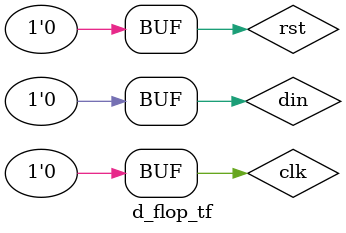
<source format=v>
`timescale 1ns / 1ps


module d_flop_tf;

	// Inputs
	reg clk;
	reg rst;
	reg din;

	// Outputs
	wire q2;

	// Instantiate the Unit Under Test (UUT)
	dflop uut (
		.clk(clk), 
		.rst(rst), 
		.din(din), 
		.q2(q2)
	);

	initial begin
		// Initialize Inputs
		clk = 0;
		rst = 0;
		din = 0;

		// Wait 100 ns for global reset to finish
		#100;
        
		// Add stimulus here

	end
      
endmodule


</source>
